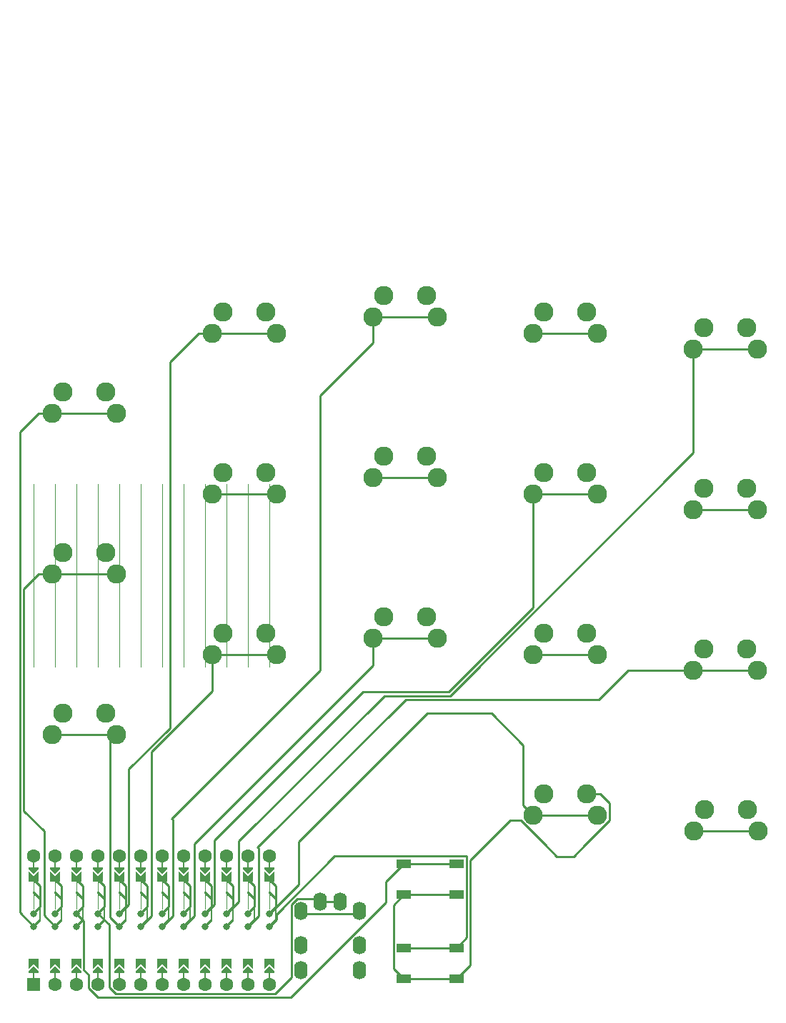
<source format=gbr>
%TF.GenerationSoftware,KiCad,Pcbnew,7.0.0*%
%TF.CreationDate,2023-03-01T18:30:01+00:00*%
%TF.ProjectId,chips-34,63686970-732d-4333-942e-6b696361645f,v1.0.0*%
%TF.SameCoordinates,Original*%
%TF.FileFunction,Copper,L1,Top*%
%TF.FilePolarity,Positive*%
%FSLAX46Y46*%
G04 Gerber Fmt 4.6, Leading zero omitted, Abs format (unit mm)*
G04 Created by KiCad (PCBNEW 7.0.0) date 2023-03-01 18:30:01*
%MOMM*%
%LPD*%
G01*
G04 APERTURE LIST*
G04 Aperture macros list*
%AMFreePoly0*
4,1,5,0.125000,-0.500000,-0.125000,-0.500000,-0.125000,0.500000,0.125000,0.500000,0.125000,-0.500000,0.125000,-0.500000,$1*%
%AMFreePoly1*
4,1,6,0.600000,0.200000,0.000000,-0.400000,-0.600000,0.200000,-0.600000,0.400000,0.600000,0.400000,0.600000,0.200000,0.600000,0.200000,$1*%
%AMFreePoly2*
4,1,6,0.600000,-0.250000,-0.600000,-0.250000,-0.600000,1.000000,0.000000,0.400000,0.600000,1.000000,0.600000,-0.250000,0.600000,-0.250000,$1*%
%AMFreePoly3*
4,1,50,0.088388,4.152388,0.854389,3.386388,0.867767,3.368517,0.871157,3.365580,0.871925,3.362962,0.875711,3.357906,0.882287,3.327671,0.891000,3.298000,0.891000,0.766000,0.887823,0.743906,0.888144,0.739429,0.886835,0.737032,0.885937,0.730783,0.869213,0.704760,0.854389,0.677612,0.088388,-0.088388,0.064431,-0.106321,0.062500,-0.108253,0.061490,-0.108523,0.059906,-0.109710,
0.044798,-0.112996,0.000000,-0.125000,-0.004652,-0.123753,-0.008917,-0.124682,-0.028634,-0.117327,-0.062500,-0.108253,-0.068172,-0.102580,-0.074910,-0.100068,-0.087486,-0.083266,-0.108253,-0.062500,-0.111163,-0.051638,-0.117119,-0.043683,-0.118510,-0.024217,-0.125000,0.000000,-0.121245,0.014013,-0.122144,0.026571,-0.113772,0.041902,-0.108253,0.062500,-0.108252,0.062500,-0.095631,0.075121,
-0.088388,0.088388,0.641000,0.817777,0.641000,3.246223,-0.088388,3.975612,-0.109710,4.004094,-0.124682,4.072917,-0.100068,4.138910,-0.043683,4.181119,0.026571,4.186144,0.088388,4.152388,0.088388,4.152388,$1*%
%AMFreePoly4*
4,1,50,0.088388,4.152388,0.850389,3.390388,0.863767,3.372517,0.867157,3.369580,0.867925,3.366962,0.871711,3.361906,0.878287,3.331671,0.887000,3.302000,0.887000,0.762000,0.883823,0.739906,0.884144,0.735429,0.882835,0.733032,0.881937,0.726783,0.865213,0.700760,0.850389,0.673612,0.088388,-0.088388,0.064431,-0.106321,0.062500,-0.108253,0.061490,-0.108523,0.059906,-0.109710,
0.044798,-0.112996,0.000000,-0.125000,-0.004652,-0.123753,-0.008917,-0.124682,-0.028634,-0.117327,-0.062500,-0.108253,-0.068172,-0.102580,-0.074910,-0.100068,-0.087486,-0.083266,-0.108253,-0.062500,-0.111163,-0.051638,-0.117119,-0.043683,-0.118510,-0.024217,-0.125000,0.000000,-0.121245,0.014013,-0.122144,0.026571,-0.113772,0.041902,-0.108253,0.062500,-0.108252,0.062500,-0.095631,0.075121,
-0.088388,0.088388,0.637000,0.813777,0.637000,3.250223,-0.088388,3.975612,-0.109710,4.004094,-0.124682,4.072917,-0.100068,4.138910,-0.043683,4.181119,0.026571,4.186144,0.088388,4.152388,0.088388,4.152388,$1*%
G04 Aperture macros list end*
%TA.AperFunction,SMDPad,CuDef*%
%ADD10R,1.800000X1.100000*%
%TD*%
%TA.AperFunction,ComponentPad*%
%ADD11C,2.286000*%
%TD*%
%TA.AperFunction,ComponentPad*%
%ADD12C,1.600000*%
%TD*%
%TA.AperFunction,SMDPad,CuDef*%
%ADD13FreePoly0,0.000000*%
%TD*%
%TA.AperFunction,SMDPad,CuDef*%
%ADD14FreePoly1,0.000000*%
%TD*%
%TA.AperFunction,SMDPad,CuDef*%
%ADD15FreePoly1,180.000000*%
%TD*%
%TA.AperFunction,SMDPad,CuDef*%
%ADD16FreePoly0,180.000000*%
%TD*%
%TA.AperFunction,ComponentPad*%
%ADD17R,1.600000X1.600000*%
%TD*%
%TA.AperFunction,SMDPad,CuDef*%
%ADD18FreePoly2,0.000000*%
%TD*%
%TA.AperFunction,SMDPad,CuDef*%
%ADD19FreePoly3,0.000000*%
%TD*%
%TA.AperFunction,ComponentPad*%
%ADD20C,0.800000*%
%TD*%
%TA.AperFunction,SMDPad,CuDef*%
%ADD21FreePoly4,180.000000*%
%TD*%
%TA.AperFunction,SMDPad,CuDef*%
%ADD22FreePoly2,180.000000*%
%TD*%
%TA.AperFunction,ComponentPad*%
%ADD23O,1.600000X2.200000*%
%TD*%
%TA.AperFunction,Conductor*%
%ADD24C,0.250000*%
%TD*%
G04 APERTURE END LIST*
D10*
%TO.P,B1,1*%
%TO.N,RST*%
X213259999Y-161309999D03*
X219459999Y-161309999D03*
%TO.P,B1,2*%
%TO.N,GND*%
X213259999Y-165009999D03*
X219459999Y-165009999D03*
%TD*%
D11*
%TO.P,S6,1*%
%TO.N,GND*%
X191820000Y-95885000D03*
X196900000Y-95885000D03*
%TO.P,S6,2*%
%TO.N,matrix_ring_top*%
X190550000Y-98425000D03*
X198170000Y-98425000D03*
%TD*%
%TO.P,S4,1*%
%TO.N,GND*%
X191820000Y-133985000D03*
X196900000Y-133985000D03*
%TO.P,S4,2*%
%TO.N,matrix_ring_bottom*%
X190550000Y-136525000D03*
X198170000Y-136525000D03*
%TD*%
%TO.P,S16,1*%
%TO.N,GND*%
X248870000Y-154940000D03*
X253950000Y-154940000D03*
%TO.P,S16,2*%
%TO.N,thumb_resting*%
X247600000Y-157480000D03*
X255220000Y-157480000D03*
%TD*%
D10*
%TO.P,B3,1*%
%TO.N,P9*%
X213259999Y-171309999D03*
X219459999Y-171309999D03*
%TO.P,B3,2*%
%TO.N,GND*%
X213259999Y-175009999D03*
X219459999Y-175009999D03*
%TD*%
D11*
%TO.P,S2,1*%
%TO.N,GND*%
X172820000Y-124460000D03*
X177900000Y-124460000D03*
%TO.P,S2,2*%
%TO.N,matrix_pinky_home*%
X171550000Y-127000000D03*
X179170000Y-127000000D03*
%TD*%
D12*
%TO.P,MCU1,*%
%TO.N,*%
X169390000Y-160401000D03*
D13*
X169390000Y-161671000D03*
D14*
X169390000Y-162179000D03*
D15*
X169390000Y-173863000D03*
D16*
X169390000Y-174371000D03*
D12*
X169390000Y-175641000D03*
D17*
X169389999Y-175640999D03*
D12*
X171930000Y-160401000D03*
D13*
X171930000Y-161671000D03*
D14*
X171930000Y-162179000D03*
D15*
X171930000Y-173863000D03*
D16*
X171930000Y-174371000D03*
D12*
X171930000Y-175641000D03*
X174470000Y-160401000D03*
D13*
X174470000Y-161671000D03*
D14*
X174470000Y-162179000D03*
D15*
X174470000Y-173863000D03*
D16*
X174470000Y-174371000D03*
D12*
X174470000Y-175641000D03*
X177010000Y-160401000D03*
D13*
X177010000Y-161671000D03*
D14*
X177010000Y-162179000D03*
D15*
X177010000Y-173863000D03*
D16*
X177010000Y-174371000D03*
D12*
X177010000Y-175641000D03*
X179550000Y-160401000D03*
D13*
X179550000Y-161671000D03*
D14*
X179550000Y-162179000D03*
D15*
X179550000Y-173863000D03*
D16*
X179550000Y-174371000D03*
D12*
X179550000Y-175641000D03*
X182090000Y-160401000D03*
D13*
X182090000Y-161671000D03*
D14*
X182090000Y-162179000D03*
D15*
X182090000Y-173863000D03*
D16*
X182090000Y-174371000D03*
D12*
X182090000Y-175641000D03*
X184630000Y-160401000D03*
D13*
X184630000Y-161671000D03*
D14*
X184630000Y-162179000D03*
D15*
X184630000Y-173863000D03*
D16*
X184630000Y-174371000D03*
D12*
X184630000Y-175641000D03*
X187170000Y-160401000D03*
D13*
X187170000Y-161671000D03*
D14*
X187170000Y-162179000D03*
D15*
X187170000Y-173863000D03*
D16*
X187170000Y-174371000D03*
D12*
X187170000Y-175641000D03*
X189710000Y-160401000D03*
D13*
X189710000Y-161671000D03*
D14*
X189710000Y-162179000D03*
D15*
X189710000Y-173863000D03*
D16*
X189710000Y-174371000D03*
D12*
X189710000Y-175641000D03*
X192250000Y-160401000D03*
D13*
X192250000Y-161671000D03*
D14*
X192250000Y-162179000D03*
D15*
X192250000Y-173863000D03*
D16*
X192250000Y-174371000D03*
D12*
X192250000Y-175641000D03*
X194790000Y-160401000D03*
D13*
X194790000Y-161671000D03*
D14*
X194790000Y-162179000D03*
D15*
X194790000Y-173863000D03*
D16*
X194790000Y-174371000D03*
D12*
X194790000Y-175641000D03*
X197330000Y-160401000D03*
D13*
X197330000Y-161671000D03*
D14*
X197330000Y-162179000D03*
D15*
X197330000Y-173863000D03*
D16*
X197330000Y-174371000D03*
D12*
X197330000Y-175641000D03*
D18*
%TO.P,MCU1,1*%
%TO.N,RAW*%
X169390000Y-163195000D03*
D19*
X169390000Y-167259000D03*
D20*
X169390000Y-167259000D03*
D18*
%TO.P,MCU1,2*%
%TO.N,GND*%
X171930000Y-163195000D03*
D19*
X171930000Y-167259000D03*
D20*
X171930000Y-167259000D03*
D18*
%TO.P,MCU1,3*%
%TO.N,RST*%
X174470000Y-163195000D03*
D19*
X174470000Y-167259000D03*
D20*
X174470000Y-167259000D03*
D18*
%TO.P,MCU1,4*%
%TO.N,VCC*%
X177010000Y-163195000D03*
D19*
X177010000Y-167259000D03*
D20*
X177010000Y-167259000D03*
D18*
%TO.P,MCU1,5*%
%TO.N,matrix_ring_top*%
X179550000Y-163195000D03*
D19*
X179550000Y-167259000D03*
D20*
X179550000Y-167259000D03*
D18*
%TO.P,MCU1,6*%
%TO.N,matrix_ring_home*%
X182090000Y-163195000D03*
D19*
X182090000Y-167259000D03*
D20*
X182090000Y-167259000D03*
D18*
%TO.P,MCU1,7*%
%TO.N,matrix_middle_home*%
X184630000Y-163195000D03*
D19*
X184630000Y-167259000D03*
D20*
X184630000Y-167259000D03*
D18*
%TO.P,MCU1,8*%
%TO.N,matrix_index_top*%
X187170000Y-163195000D03*
D19*
X187170000Y-167259000D03*
D20*
X187170000Y-167259000D03*
D18*
%TO.P,MCU1,9*%
%TO.N,matrix_index_home*%
X189710000Y-163195000D03*
D19*
X189710000Y-167259000D03*
D20*
X189710000Y-167259000D03*
D18*
%TO.P,MCU1,10*%
%TO.N,matrix_inner_top*%
X192250000Y-163195000D03*
D19*
X192250000Y-167259000D03*
D20*
X192250000Y-167259000D03*
D18*
%TO.P,MCU1,11*%
%TO.N,thumb_resting*%
X194790000Y-163195000D03*
D19*
X194790000Y-167259000D03*
D20*
X194790000Y-167259000D03*
D18*
%TO.P,MCU1,12*%
%TO.N,thumb_stretch*%
X197330000Y-163195000D03*
D19*
X197330000Y-167259000D03*
D20*
X197330000Y-167259000D03*
D21*
%TO.P,MCU1,13*%
%TO.N,P9*%
X197330000Y-168783000D03*
D20*
X197330000Y-168783000D03*
D22*
X197330000Y-172847000D03*
D21*
%TO.P,MCU1,14*%
%TO.N,matrix_inner_bottom*%
X194790000Y-168783000D03*
D20*
X194790000Y-168783000D03*
D22*
X194790000Y-172847000D03*
D21*
%TO.P,MCU1,15*%
%TO.N,matrix_inner_home*%
X192250000Y-168783000D03*
D20*
X192250000Y-168783000D03*
D22*
X192250000Y-172847000D03*
D21*
%TO.P,MCU1,16*%
%TO.N,matrix_index_bottom*%
X189710000Y-168783000D03*
D20*
X189710000Y-168783000D03*
D22*
X189710000Y-172847000D03*
D21*
%TO.P,MCU1,17*%
%TO.N,matrix_middle_bottom*%
X187170000Y-168783000D03*
D20*
X187170000Y-168783000D03*
D22*
X187170000Y-172847000D03*
D21*
%TO.P,MCU1,18*%
%TO.N,matrix_middle_top*%
X184630000Y-168783000D03*
D20*
X184630000Y-168783000D03*
D22*
X184630000Y-172847000D03*
D21*
%TO.P,MCU1,19*%
%TO.N,matrix_ring_bottom*%
X182090000Y-168783000D03*
D20*
X182090000Y-168783000D03*
D22*
X182090000Y-172847000D03*
D21*
%TO.P,MCU1,20*%
%TO.N,matrix_pinky_bottom*%
X179550000Y-168783000D03*
D20*
X179550000Y-168783000D03*
D22*
X179550000Y-172847000D03*
D21*
%TO.P,MCU1,21*%
%TO.N,GND*%
X177010000Y-168783000D03*
D20*
X177010000Y-168783000D03*
D22*
X177010000Y-172847000D03*
D21*
%TO.P,MCU1,22*%
X174470000Y-168783000D03*
D20*
X174470000Y-168783000D03*
D22*
X174470000Y-172847000D03*
D21*
%TO.P,MCU1,23*%
%TO.N,matrix_pinky_home*%
X171930000Y-168783000D03*
D20*
X171930000Y-168783000D03*
D22*
X171930000Y-172847000D03*
D21*
%TO.P,MCU1,24*%
%TO.N,matrix_pinky_top*%
X169390000Y-168783000D03*
D20*
X169390000Y-168783000D03*
D22*
X169390000Y-172847000D03*
%TD*%
D11*
%TO.P,S7,1*%
%TO.N,GND*%
X210820000Y-132080000D03*
X215900000Y-132080000D03*
%TO.P,S7,2*%
%TO.N,matrix_middle_bottom*%
X209550000Y-134620000D03*
X217170000Y-134620000D03*
%TD*%
%TO.P,S3,1*%
%TO.N,GND*%
X172820000Y-105410000D03*
X177900000Y-105410000D03*
%TO.P,S3,2*%
%TO.N,matrix_pinky_top*%
X171550000Y-107950000D03*
X179170000Y-107950000D03*
%TD*%
%TO.P,S1,1*%
%TO.N,GND*%
X172820000Y-143510000D03*
X177900000Y-143510000D03*
%TO.P,S1,2*%
%TO.N,matrix_pinky_bottom*%
X171550000Y-146050000D03*
X179170000Y-146050000D03*
%TD*%
%TO.P,S8,1*%
%TO.N,GND*%
X210820000Y-113030000D03*
X215900000Y-113030000D03*
%TO.P,S8,2*%
%TO.N,matrix_middle_home*%
X209550000Y-115570000D03*
X217170000Y-115570000D03*
%TD*%
%TO.P,S14,1*%
%TO.N,GND*%
X248820000Y-116840000D03*
X253900000Y-116840000D03*
%TO.P,S14,2*%
%TO.N,matrix_inner_home*%
X247550000Y-119380000D03*
X255170000Y-119380000D03*
%TD*%
D23*
%TO.P,TRRS1,1*%
%TO.N,VCC*%
X205659999Y-165859999D03*
X203359999Y-165859999D03*
%TO.P,TRRS1,2*%
%TO.N,P2*%
X207959999Y-166959999D03*
X201059999Y-166959999D03*
%TO.P,TRRS1,3*%
%TO.N,P3*%
X207959999Y-170959999D03*
X201059999Y-170959999D03*
%TO.P,TRRS1,4*%
%TO.N,GND*%
X207959999Y-173959999D03*
X201059999Y-173959999D03*
%TD*%
D11*
%TO.P,S5,1*%
%TO.N,GND*%
X191820000Y-114935000D03*
X196900000Y-114935000D03*
%TO.P,S5,2*%
%TO.N,matrix_ring_home*%
X190550000Y-117475000D03*
X198170000Y-117475000D03*
%TD*%
%TO.P,S10,1*%
%TO.N,GND*%
X229820000Y-133985000D03*
X234900000Y-133985000D03*
%TO.P,S10,2*%
%TO.N,matrix_index_bottom*%
X228550000Y-136525000D03*
X236170000Y-136525000D03*
%TD*%
%TO.P,S17,1*%
%TO.N,GND*%
X229820000Y-153035000D03*
X234900000Y-153035000D03*
%TO.P,S17,2*%
%TO.N,thumb_stretch*%
X228550000Y-155575000D03*
X236170000Y-155575000D03*
%TD*%
%TO.P,S13,1*%
%TO.N,GND*%
X248820000Y-135890000D03*
X253900000Y-135890000D03*
%TO.P,S13,2*%
%TO.N,matrix_inner_bottom*%
X247550000Y-138430000D03*
X255170000Y-138430000D03*
%TD*%
%TO.P,S9,1*%
%TO.N,GND*%
X210820000Y-93980000D03*
X215900000Y-93980000D03*
%TO.P,S9,2*%
%TO.N,matrix_middle_top*%
X209550000Y-96520000D03*
X217170000Y-96520000D03*
%TD*%
%TO.P,S12,1*%
%TO.N,GND*%
X229820000Y-95885000D03*
X234900000Y-95885000D03*
%TO.P,S12,2*%
%TO.N,matrix_index_top*%
X228550000Y-98425000D03*
X236170000Y-98425000D03*
%TD*%
%TO.P,S11,1*%
%TO.N,GND*%
X229820000Y-114935000D03*
X234900000Y-114935000D03*
%TO.P,S11,2*%
%TO.N,matrix_index_home*%
X228550000Y-117475000D03*
X236170000Y-117475000D03*
%TD*%
%TO.P,S15,1*%
%TO.N,GND*%
X248820000Y-97790000D03*
X253900000Y-97790000D03*
%TO.P,S15,2*%
%TO.N,matrix_inner_top*%
X247550000Y-100330000D03*
X255170000Y-100330000D03*
%TD*%
D24*
%TO.N,VCC*%
X205660000Y-165860000D02*
X203360000Y-165860000D01*
%TO.N,GND*%
X219460000Y-175010000D02*
X221135000Y-173335000D01*
X221135000Y-173335000D02*
X221135000Y-160913934D01*
X221135000Y-160913934D02*
X225865868Y-156183066D01*
X225865868Y-156183066D02*
X227082000Y-156183066D01*
X227082000Y-156183066D02*
X229991100Y-159092166D01*
X229991100Y-159096231D02*
X231378769Y-160483900D01*
X229991100Y-159092166D02*
X229991100Y-159096231D01*
X231378769Y-160483900D02*
X233341231Y-160483900D01*
X233341231Y-160483900D02*
X234728900Y-159096231D01*
X234728900Y-159096231D02*
X234728900Y-159092166D01*
X234728900Y-159092166D02*
X237638000Y-156183066D01*
X237638000Y-156183066D02*
X237638000Y-154156554D01*
X237638000Y-154156554D02*
X236516446Y-153035000D01*
X236516446Y-153035000D02*
X234900000Y-153035000D01*
X213260000Y-165010000D02*
X219460000Y-165010000D01*
X213260000Y-175010000D02*
X212035000Y-173785000D01*
X212035000Y-173785000D02*
X212035000Y-166235000D01*
X212035000Y-166235000D02*
X213260000Y-165010000D01*
X219460000Y-175010000D02*
X213260000Y-175010000D01*
%TO.N,P9*%
X219460000Y-171310000D02*
X220685000Y-170085000D01*
X220685000Y-170085000D02*
X220685000Y-160435000D01*
X220685000Y-160435000D02*
X205057614Y-160435000D01*
X205057614Y-160435000D02*
X198120000Y-167372614D01*
X198120000Y-167372614D02*
X198120000Y-167993000D01*
X198120000Y-167993000D02*
X197330000Y-168783000D01*
X219460000Y-171310000D02*
X213260000Y-171310000D01*
%TO.N,matrix_pinky_bottom*%
X179170000Y-146050000D02*
X171550000Y-146050000D01*
X178425000Y-167658000D02*
X179550000Y-168783000D01*
X179170000Y-146050000D02*
X178425000Y-146795000D01*
X178425000Y-146795000D02*
X178425000Y-160765000D01*
X178425000Y-160765000D02*
X178425000Y-167658000D01*
%TO.N,matrix_pinky_home*%
X170606000Y-157486009D02*
X170606000Y-167459000D01*
X170606000Y-167459000D02*
X171930000Y-168783000D01*
X168190000Y-155070009D02*
X170606000Y-157486009D01*
X171550000Y-127000000D02*
X169933554Y-127000000D01*
X168190000Y-128743554D02*
X168190000Y-155070009D01*
X179170000Y-127000000D02*
X171550000Y-127000000D01*
X169933554Y-127000000D02*
X168190000Y-128743554D01*
%TO.N,matrix_pinky_top*%
X171550000Y-107950000D02*
X169933554Y-107950000D01*
X179170000Y-107950000D02*
X171550000Y-107950000D01*
X167740000Y-110143554D02*
X167740000Y-167133000D01*
X169933554Y-107950000D02*
X167740000Y-110143554D01*
X167740000Y-167133000D02*
X169390000Y-168783000D01*
%TO.N,matrix_ring_bottom*%
X183306000Y-167567000D02*
X183306000Y-148094080D01*
X183306000Y-148094080D02*
X190550000Y-140850080D01*
X182090000Y-168783000D02*
X183306000Y-167567000D01*
X190550000Y-140850080D02*
X190550000Y-136525000D01*
X198170000Y-136525000D02*
X190550000Y-136525000D01*
%TO.N,matrix_ring_home*%
X198170000Y-117475000D02*
X190550000Y-117475000D01*
%TO.N,matrix_ring_top*%
X180675000Y-166134000D02*
X180675000Y-150088684D01*
X180675000Y-150088684D02*
X185520000Y-145243684D01*
X198170000Y-98425000D02*
X190550000Y-98425000D01*
X185520000Y-101838554D02*
X188933554Y-98425000D01*
X185520000Y-145243684D02*
X185520000Y-101838554D01*
X179550000Y-167259000D02*
X180675000Y-166134000D01*
X188933554Y-98425000D02*
X190550000Y-98425000D01*
%TO.N,matrix_middle_bottom*%
X188386000Y-167567000D02*
X187170000Y-168783000D01*
X217170000Y-134620000D02*
X209550000Y-134620000D01*
X209550000Y-134620000D02*
X209550000Y-137817386D01*
X188386000Y-158981386D02*
X188386000Y-167567000D01*
X209550000Y-137817386D02*
X188386000Y-158981386D01*
%TO.N,matrix_middle_home*%
X217170000Y-115570000D02*
X209550000Y-115570000D01*
%TO.N,matrix_middle_top*%
X209550000Y-99523684D02*
X203300000Y-105773684D01*
X217170000Y-96520000D02*
X209550000Y-96520000D01*
X203300000Y-138430000D02*
X185755000Y-155975000D01*
X185846000Y-156066000D02*
X185846000Y-167567000D01*
X209550000Y-96520000D02*
X209550000Y-99523684D01*
X203300000Y-105773684D02*
X203300000Y-138430000D01*
X185755000Y-155975000D02*
X185846000Y-156066000D01*
X185846000Y-167567000D02*
X184630000Y-168783000D01*
%TO.N,matrix_index_bottom*%
X236170000Y-136525000D02*
X228550000Y-136525000D01*
%TO.N,matrix_index_home*%
X208380000Y-140970000D02*
X190835000Y-158515000D01*
X228550000Y-117475000D02*
X228550000Y-130960000D01*
X190835000Y-166134000D02*
X189710000Y-167259000D01*
X218540000Y-140970000D02*
X208380000Y-140970000D01*
X190835000Y-158515000D02*
X190835000Y-166134000D01*
X236170000Y-117475000D02*
X228550000Y-117475000D01*
X228550000Y-130960000D02*
X218540000Y-140970000D01*
%TO.N,matrix_index_top*%
X236170000Y-98425000D02*
X228550000Y-98425000D01*
%TO.N,matrix_inner_bottom*%
X196006000Y-159506000D02*
X196006000Y-167567000D01*
X196006000Y-167567000D02*
X194790000Y-168783000D01*
X247550000Y-138430000D02*
X239808684Y-138430000D01*
X213460000Y-141870000D02*
X195915000Y-159415000D01*
X195915000Y-159415000D02*
X196006000Y-159506000D01*
X247550000Y-138430000D02*
X255170000Y-138430000D01*
X239808684Y-138430000D02*
X236368684Y-141870000D01*
X236368684Y-141870000D02*
X213460000Y-141870000D01*
%TO.N,matrix_inner_home*%
X255170000Y-119380000D02*
X247550000Y-119380000D01*
%TO.N,matrix_inner_top*%
X255170000Y-100330000D02*
X247550000Y-100330000D01*
X210920000Y-141420000D02*
X193665000Y-158675000D01*
X247550000Y-100330000D02*
X247550000Y-112596396D01*
X193665000Y-165844000D02*
X192250000Y-167259000D01*
X247550000Y-112596396D02*
X218726396Y-141420000D01*
X193665000Y-158675000D02*
X193665000Y-165844000D01*
X218726396Y-141420000D02*
X210920000Y-141420000D01*
%TO.N,thumb_resting*%
X255220000Y-157480000D02*
X247600000Y-157480000D01*
%TO.N,thumb_stretch*%
X223620000Y-143510000D02*
X216000000Y-143510000D01*
X227407000Y-147297000D02*
X223620000Y-143510000D01*
X200760000Y-158750000D02*
X200760000Y-163829000D01*
X227407000Y-154432000D02*
X227407000Y-147297000D01*
X228550000Y-155575000D02*
X227407000Y-154432000D01*
X216000000Y-143510000D02*
X200760000Y-158750000D01*
X200760000Y-163829000D02*
X197330000Y-167259000D01*
X236170000Y-155575000D02*
X228550000Y-155575000D01*
%TO.N,RST*%
X199813010Y-177216000D02*
X176994009Y-177216000D01*
X211144010Y-165885000D02*
X200499010Y-176530000D01*
X175295000Y-168084000D02*
X174470000Y-167259000D01*
X200499010Y-176530000D02*
X199813010Y-177216000D01*
X176994009Y-177216000D02*
X175885000Y-176106991D01*
X219460000Y-161310000D02*
X213260000Y-161310000D01*
X175885000Y-174515000D02*
X175295000Y-173925000D01*
X175885000Y-176106991D02*
X175885000Y-174515000D01*
X175295000Y-173925000D02*
X175295000Y-168084000D01*
X213260000Y-161310000D02*
X211144010Y-163425990D01*
X211144010Y-163425990D02*
X211144010Y-165885000D01*
%TO.N,VCC*%
X203035000Y-165535000D02*
X200594010Y-165535000D01*
X199935000Y-166194010D02*
X199935000Y-174815000D01*
X197984000Y-176766000D02*
X179084009Y-176766000D01*
X179084009Y-176766000D02*
X178338000Y-176019991D01*
X200594010Y-165535000D02*
X199935000Y-166194010D01*
X199935000Y-174815000D02*
X197984000Y-176766000D01*
X178338000Y-176019991D02*
X178338000Y-168587000D01*
X203360000Y-165860000D02*
X203035000Y-165535000D01*
X178338000Y-168587000D02*
X177010000Y-167259000D01*
%TO.N,P2*%
X207960000Y-166960000D02*
X207635000Y-167285000D01*
X207635000Y-167285000D02*
X201385000Y-167285000D01*
X201385000Y-167285000D02*
X201060000Y-166960000D01*
%TD*%
M02*

</source>
